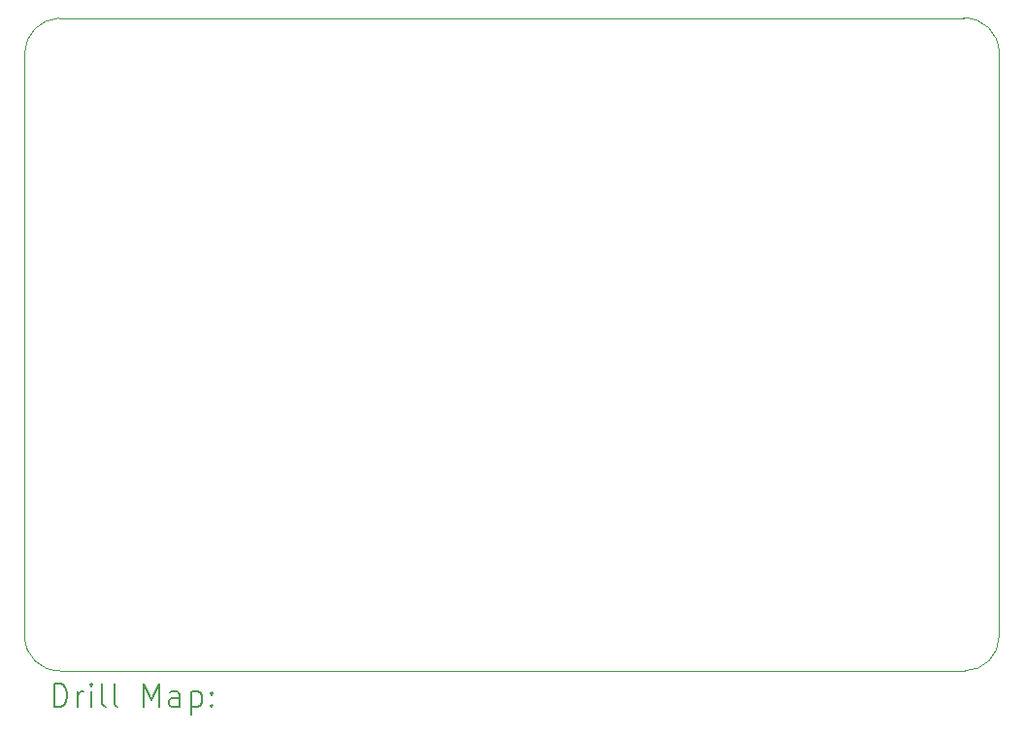
<source format=gbr>
%TF.GenerationSoftware,KiCad,Pcbnew,8.0.9-8.0.9-0~ubuntu22.04.1*%
%TF.CreationDate,2026-02-07T13:51:32+01:00*%
%TF.ProjectId,HW_0008_PrestoLO_rev01b,48575f30-3030-4385-9f50-726573746f4c,rev?*%
%TF.SameCoordinates,Original*%
%TF.FileFunction,Drillmap*%
%TF.FilePolarity,Positive*%
%FSLAX45Y45*%
G04 Gerber Fmt 4.5, Leading zero omitted, Abs format (unit mm)*
G04 Created by KiCad (PCBNEW 8.0.9-8.0.9-0~ubuntu22.04.1) date 2026-02-07 13:51:32*
%MOMM*%
%LPD*%
G01*
G04 APERTURE LIST*
%ADD10C,0.050000*%
%ADD11C,0.200000*%
G04 APERTURE END LIST*
D10*
X6299774Y-3600235D02*
G75*
G02*
X6600000Y-3300000I312365J-12130D01*
G01*
X14487878Y-3300000D02*
G75*
G02*
X14800005Y-3599755I12122J-299760D01*
G01*
X14800000Y-8700000D02*
G75*
G02*
X14500000Y-9000000I-300000J0D01*
G01*
X14500000Y-9000000D02*
X6612132Y-9000000D01*
X6300000Y-8700000D02*
X6300000Y-3600000D01*
X14800000Y-3600000D02*
X14800000Y-8700000D01*
X6600000Y-3299755D02*
X14487878Y-3300000D01*
X6612132Y-9000000D02*
G75*
G02*
X6299755Y-8700000I-12132J300000D01*
G01*
D11*
X6558032Y-9314229D02*
X6558032Y-9114229D01*
X6558032Y-9114229D02*
X6605651Y-9114229D01*
X6605651Y-9114229D02*
X6634222Y-9123753D01*
X6634222Y-9123753D02*
X6653270Y-9142800D01*
X6653270Y-9142800D02*
X6662793Y-9161848D01*
X6662793Y-9161848D02*
X6672317Y-9199943D01*
X6672317Y-9199943D02*
X6672317Y-9228515D01*
X6672317Y-9228515D02*
X6662793Y-9266610D01*
X6662793Y-9266610D02*
X6653270Y-9285658D01*
X6653270Y-9285658D02*
X6634222Y-9304705D01*
X6634222Y-9304705D02*
X6605651Y-9314229D01*
X6605651Y-9314229D02*
X6558032Y-9314229D01*
X6758032Y-9314229D02*
X6758032Y-9180896D01*
X6758032Y-9218991D02*
X6767555Y-9199943D01*
X6767555Y-9199943D02*
X6777079Y-9190419D01*
X6777079Y-9190419D02*
X6796127Y-9180896D01*
X6796127Y-9180896D02*
X6815174Y-9180896D01*
X6881841Y-9314229D02*
X6881841Y-9180896D01*
X6881841Y-9114229D02*
X6872317Y-9123753D01*
X6872317Y-9123753D02*
X6881841Y-9133277D01*
X6881841Y-9133277D02*
X6891365Y-9123753D01*
X6891365Y-9123753D02*
X6881841Y-9114229D01*
X6881841Y-9114229D02*
X6881841Y-9133277D01*
X7005651Y-9314229D02*
X6986603Y-9304705D01*
X6986603Y-9304705D02*
X6977079Y-9285658D01*
X6977079Y-9285658D02*
X6977079Y-9114229D01*
X7110412Y-9314229D02*
X7091365Y-9304705D01*
X7091365Y-9304705D02*
X7081841Y-9285658D01*
X7081841Y-9285658D02*
X7081841Y-9114229D01*
X7338984Y-9314229D02*
X7338984Y-9114229D01*
X7338984Y-9114229D02*
X7405651Y-9257086D01*
X7405651Y-9257086D02*
X7472317Y-9114229D01*
X7472317Y-9114229D02*
X7472317Y-9314229D01*
X7653270Y-9314229D02*
X7653270Y-9209467D01*
X7653270Y-9209467D02*
X7643746Y-9190419D01*
X7643746Y-9190419D02*
X7624698Y-9180896D01*
X7624698Y-9180896D02*
X7586603Y-9180896D01*
X7586603Y-9180896D02*
X7567555Y-9190419D01*
X7653270Y-9304705D02*
X7634222Y-9314229D01*
X7634222Y-9314229D02*
X7586603Y-9314229D01*
X7586603Y-9314229D02*
X7567555Y-9304705D01*
X7567555Y-9304705D02*
X7558032Y-9285658D01*
X7558032Y-9285658D02*
X7558032Y-9266610D01*
X7558032Y-9266610D02*
X7567555Y-9247562D01*
X7567555Y-9247562D02*
X7586603Y-9238039D01*
X7586603Y-9238039D02*
X7634222Y-9238039D01*
X7634222Y-9238039D02*
X7653270Y-9228515D01*
X7748508Y-9180896D02*
X7748508Y-9380896D01*
X7748508Y-9190419D02*
X7767555Y-9180896D01*
X7767555Y-9180896D02*
X7805651Y-9180896D01*
X7805651Y-9180896D02*
X7824698Y-9190419D01*
X7824698Y-9190419D02*
X7834222Y-9199943D01*
X7834222Y-9199943D02*
X7843746Y-9218991D01*
X7843746Y-9218991D02*
X7843746Y-9276134D01*
X7843746Y-9276134D02*
X7834222Y-9295181D01*
X7834222Y-9295181D02*
X7824698Y-9304705D01*
X7824698Y-9304705D02*
X7805651Y-9314229D01*
X7805651Y-9314229D02*
X7767555Y-9314229D01*
X7767555Y-9314229D02*
X7748508Y-9304705D01*
X7929460Y-9295181D02*
X7938984Y-9304705D01*
X7938984Y-9304705D02*
X7929460Y-9314229D01*
X7929460Y-9314229D02*
X7919936Y-9304705D01*
X7919936Y-9304705D02*
X7929460Y-9295181D01*
X7929460Y-9295181D02*
X7929460Y-9314229D01*
X7929460Y-9190419D02*
X7938984Y-9199943D01*
X7938984Y-9199943D02*
X7929460Y-9209467D01*
X7929460Y-9209467D02*
X7919936Y-9199943D01*
X7919936Y-9199943D02*
X7929460Y-9190419D01*
X7929460Y-9190419D02*
X7929460Y-9209467D01*
M02*

</source>
